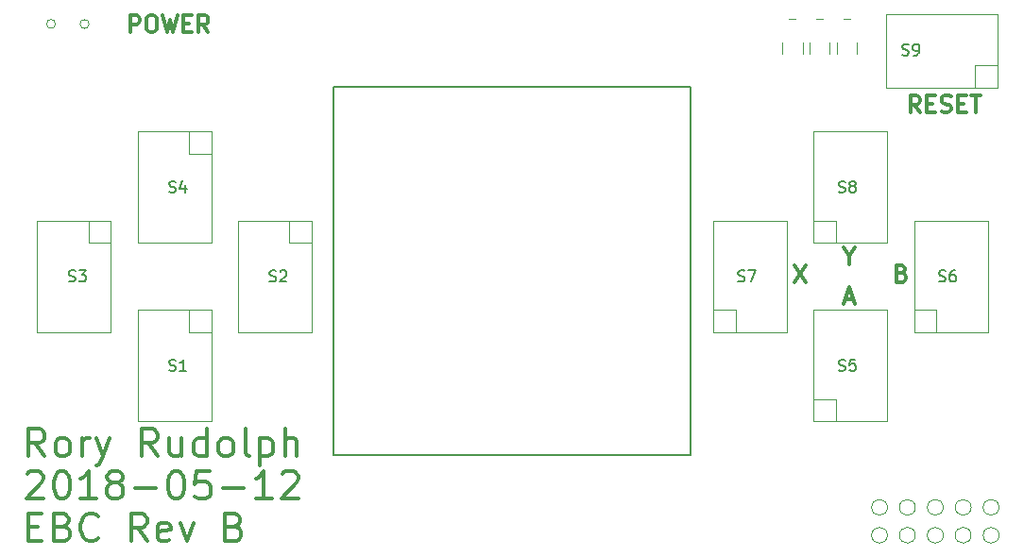
<source format=gto>
G04 #@! TF.FileFunction,Legend,Top*
%FSLAX46Y46*%
G04 Gerber Fmt 4.6, Leading zero omitted, Abs format (unit mm)*
G04 Created by KiCad (PCBNEW 4.0.2+dfsg1-stable) date Sat 12 May 2018 06:52:34 PM EDT*
%MOMM*%
G01*
G04 APERTURE LIST*
%ADD10C,0.100000*%
%ADD11C,0.300000*%
%ADD12C,0.200000*%
%ADD13C,0.150000*%
G04 APERTURE END LIST*
D10*
D11*
X113735714Y-76078571D02*
X113735714Y-74578571D01*
X114307142Y-74578571D01*
X114450000Y-74650000D01*
X114521428Y-74721429D01*
X114592857Y-74864286D01*
X114592857Y-75078571D01*
X114521428Y-75221429D01*
X114450000Y-75292857D01*
X114307142Y-75364286D01*
X113735714Y-75364286D01*
X115521428Y-74578571D02*
X115807142Y-74578571D01*
X115950000Y-74650000D01*
X116092857Y-74792857D01*
X116164285Y-75078571D01*
X116164285Y-75578571D01*
X116092857Y-75864286D01*
X115950000Y-76007143D01*
X115807142Y-76078571D01*
X115521428Y-76078571D01*
X115378571Y-76007143D01*
X115235714Y-75864286D01*
X115164285Y-75578571D01*
X115164285Y-75078571D01*
X115235714Y-74792857D01*
X115378571Y-74650000D01*
X115521428Y-74578571D01*
X116664286Y-74578571D02*
X117021429Y-76078571D01*
X117307143Y-75007143D01*
X117592857Y-76078571D01*
X117950000Y-74578571D01*
X118521429Y-75292857D02*
X119021429Y-75292857D01*
X119235715Y-76078571D02*
X118521429Y-76078571D01*
X118521429Y-74578571D01*
X119235715Y-74578571D01*
X120735715Y-76078571D02*
X120235715Y-75364286D01*
X119878572Y-76078571D02*
X119878572Y-74578571D01*
X120450000Y-74578571D01*
X120592858Y-74650000D01*
X120664286Y-74721429D01*
X120735715Y-74864286D01*
X120735715Y-75078571D01*
X120664286Y-75221429D01*
X120592858Y-75292857D01*
X120450000Y-75364286D01*
X119878572Y-75364286D01*
X184521429Y-83278571D02*
X184021429Y-82564286D01*
X183664286Y-83278571D02*
X183664286Y-81778571D01*
X184235714Y-81778571D01*
X184378572Y-81850000D01*
X184450000Y-81921429D01*
X184521429Y-82064286D01*
X184521429Y-82278571D01*
X184450000Y-82421429D01*
X184378572Y-82492857D01*
X184235714Y-82564286D01*
X183664286Y-82564286D01*
X185164286Y-82492857D02*
X185664286Y-82492857D01*
X185878572Y-83278571D02*
X185164286Y-83278571D01*
X185164286Y-81778571D01*
X185878572Y-81778571D01*
X186450000Y-83207143D02*
X186664286Y-83278571D01*
X187021429Y-83278571D01*
X187164286Y-83207143D01*
X187235715Y-83135714D01*
X187307143Y-82992857D01*
X187307143Y-82850000D01*
X187235715Y-82707143D01*
X187164286Y-82635714D01*
X187021429Y-82564286D01*
X186735715Y-82492857D01*
X186592857Y-82421429D01*
X186521429Y-82350000D01*
X186450000Y-82207143D01*
X186450000Y-82064286D01*
X186521429Y-81921429D01*
X186592857Y-81850000D01*
X186735715Y-81778571D01*
X187092857Y-81778571D01*
X187307143Y-81850000D01*
X187950000Y-82492857D02*
X188450000Y-82492857D01*
X188664286Y-83278571D02*
X187950000Y-83278571D01*
X187950000Y-81778571D01*
X188664286Y-81778571D01*
X189092857Y-81778571D02*
X189950000Y-81778571D01*
X189521429Y-83278571D02*
X189521429Y-81778571D01*
X173300001Y-96978571D02*
X174300001Y-98478571D01*
X174300001Y-96978571D02*
X173300001Y-98478571D01*
X178200000Y-96164286D02*
X178200000Y-96878571D01*
X177700000Y-95378571D02*
X178200000Y-96164286D01*
X178700000Y-95378571D01*
X182907143Y-97692857D02*
X183121429Y-97764286D01*
X183192857Y-97835714D01*
X183264286Y-97978571D01*
X183264286Y-98192857D01*
X183192857Y-98335714D01*
X183121429Y-98407143D01*
X182978571Y-98478571D01*
X182407143Y-98478571D01*
X182407143Y-96978571D01*
X182907143Y-96978571D01*
X183050000Y-97050000D01*
X183121429Y-97121429D01*
X183192857Y-97264286D01*
X183192857Y-97407143D01*
X183121429Y-97550000D01*
X183050000Y-97621429D01*
X182907143Y-97692857D01*
X182407143Y-97692857D01*
X177842857Y-100050000D02*
X178557143Y-100050000D01*
X177700000Y-100478571D02*
X178200000Y-98978571D01*
X178700000Y-100478571D01*
X106073810Y-114130952D02*
X105240476Y-112940476D01*
X104645238Y-114130952D02*
X104645238Y-111630952D01*
X105597619Y-111630952D01*
X105835714Y-111750000D01*
X105954762Y-111869048D01*
X106073810Y-112107143D01*
X106073810Y-112464286D01*
X105954762Y-112702381D01*
X105835714Y-112821429D01*
X105597619Y-112940476D01*
X104645238Y-112940476D01*
X107502381Y-114130952D02*
X107264286Y-114011905D01*
X107145238Y-113892857D01*
X107026190Y-113654762D01*
X107026190Y-112940476D01*
X107145238Y-112702381D01*
X107264286Y-112583333D01*
X107502381Y-112464286D01*
X107859524Y-112464286D01*
X108097619Y-112583333D01*
X108216667Y-112702381D01*
X108335714Y-112940476D01*
X108335714Y-113654762D01*
X108216667Y-113892857D01*
X108097619Y-114011905D01*
X107859524Y-114130952D01*
X107502381Y-114130952D01*
X109407143Y-114130952D02*
X109407143Y-112464286D01*
X109407143Y-112940476D02*
X109526191Y-112702381D01*
X109645238Y-112583333D01*
X109883334Y-112464286D01*
X110121429Y-112464286D01*
X110716667Y-112464286D02*
X111311905Y-114130952D01*
X111907143Y-112464286D02*
X111311905Y-114130952D01*
X111073810Y-114726190D01*
X110954762Y-114845238D01*
X110716667Y-114964286D01*
X116192858Y-114130952D02*
X115359524Y-112940476D01*
X114764286Y-114130952D02*
X114764286Y-111630952D01*
X115716667Y-111630952D01*
X115954762Y-111750000D01*
X116073810Y-111869048D01*
X116192858Y-112107143D01*
X116192858Y-112464286D01*
X116073810Y-112702381D01*
X115954762Y-112821429D01*
X115716667Y-112940476D01*
X114764286Y-112940476D01*
X118335715Y-112464286D02*
X118335715Y-114130952D01*
X117264286Y-112464286D02*
X117264286Y-113773810D01*
X117383334Y-114011905D01*
X117621429Y-114130952D01*
X117978572Y-114130952D01*
X118216667Y-114011905D01*
X118335715Y-113892857D01*
X120597620Y-114130952D02*
X120597620Y-111630952D01*
X120597620Y-114011905D02*
X120359524Y-114130952D01*
X119883334Y-114130952D01*
X119645239Y-114011905D01*
X119526191Y-113892857D01*
X119407143Y-113654762D01*
X119407143Y-112940476D01*
X119526191Y-112702381D01*
X119645239Y-112583333D01*
X119883334Y-112464286D01*
X120359524Y-112464286D01*
X120597620Y-112583333D01*
X122145239Y-114130952D02*
X121907144Y-114011905D01*
X121788096Y-113892857D01*
X121669048Y-113654762D01*
X121669048Y-112940476D01*
X121788096Y-112702381D01*
X121907144Y-112583333D01*
X122145239Y-112464286D01*
X122502382Y-112464286D01*
X122740477Y-112583333D01*
X122859525Y-112702381D01*
X122978572Y-112940476D01*
X122978572Y-113654762D01*
X122859525Y-113892857D01*
X122740477Y-114011905D01*
X122502382Y-114130952D01*
X122145239Y-114130952D01*
X124407144Y-114130952D02*
X124169049Y-114011905D01*
X124050001Y-113773810D01*
X124050001Y-111630952D01*
X125359525Y-112464286D02*
X125359525Y-114964286D01*
X125359525Y-112583333D02*
X125597620Y-112464286D01*
X126073811Y-112464286D01*
X126311906Y-112583333D01*
X126430954Y-112702381D01*
X126550001Y-112940476D01*
X126550001Y-113654762D01*
X126430954Y-113892857D01*
X126311906Y-114011905D01*
X126073811Y-114130952D01*
X125597620Y-114130952D01*
X125359525Y-114011905D01*
X127621430Y-114130952D02*
X127621430Y-111630952D01*
X128692859Y-114130952D02*
X128692859Y-112821429D01*
X128573811Y-112583333D01*
X128335716Y-112464286D01*
X127978573Y-112464286D01*
X127740478Y-112583333D01*
X127621430Y-112702381D01*
X104526190Y-115669048D02*
X104645238Y-115550000D01*
X104883333Y-115430952D01*
X105478571Y-115430952D01*
X105716667Y-115550000D01*
X105835714Y-115669048D01*
X105954762Y-115907143D01*
X105954762Y-116145238D01*
X105835714Y-116502381D01*
X104407143Y-117930952D01*
X105954762Y-117930952D01*
X107502381Y-115430952D02*
X107740476Y-115430952D01*
X107978571Y-115550000D01*
X108097619Y-115669048D01*
X108216666Y-115907143D01*
X108335714Y-116383333D01*
X108335714Y-116978571D01*
X108216666Y-117454762D01*
X108097619Y-117692857D01*
X107978571Y-117811905D01*
X107740476Y-117930952D01*
X107502381Y-117930952D01*
X107264285Y-117811905D01*
X107145238Y-117692857D01*
X107026190Y-117454762D01*
X106907142Y-116978571D01*
X106907142Y-116383333D01*
X107026190Y-115907143D01*
X107145238Y-115669048D01*
X107264285Y-115550000D01*
X107502381Y-115430952D01*
X110716666Y-117930952D02*
X109288094Y-117930952D01*
X110002380Y-117930952D02*
X110002380Y-115430952D01*
X109764285Y-115788095D01*
X109526190Y-116026190D01*
X109288094Y-116145238D01*
X112145237Y-116502381D02*
X111907142Y-116383333D01*
X111788094Y-116264286D01*
X111669046Y-116026190D01*
X111669046Y-115907143D01*
X111788094Y-115669048D01*
X111907142Y-115550000D01*
X112145237Y-115430952D01*
X112621427Y-115430952D01*
X112859523Y-115550000D01*
X112978570Y-115669048D01*
X113097618Y-115907143D01*
X113097618Y-116026190D01*
X112978570Y-116264286D01*
X112859523Y-116383333D01*
X112621427Y-116502381D01*
X112145237Y-116502381D01*
X111907142Y-116621429D01*
X111788094Y-116740476D01*
X111669046Y-116978571D01*
X111669046Y-117454762D01*
X111788094Y-117692857D01*
X111907142Y-117811905D01*
X112145237Y-117930952D01*
X112621427Y-117930952D01*
X112859523Y-117811905D01*
X112978570Y-117692857D01*
X113097618Y-117454762D01*
X113097618Y-116978571D01*
X112978570Y-116740476D01*
X112859523Y-116621429D01*
X112621427Y-116502381D01*
X114169046Y-116978571D02*
X116073808Y-116978571D01*
X117740475Y-115430952D02*
X117978570Y-115430952D01*
X118216665Y-115550000D01*
X118335713Y-115669048D01*
X118454760Y-115907143D01*
X118573808Y-116383333D01*
X118573808Y-116978571D01*
X118454760Y-117454762D01*
X118335713Y-117692857D01*
X118216665Y-117811905D01*
X117978570Y-117930952D01*
X117740475Y-117930952D01*
X117502379Y-117811905D01*
X117383332Y-117692857D01*
X117264284Y-117454762D01*
X117145236Y-116978571D01*
X117145236Y-116383333D01*
X117264284Y-115907143D01*
X117383332Y-115669048D01*
X117502379Y-115550000D01*
X117740475Y-115430952D01*
X120835712Y-115430952D02*
X119645236Y-115430952D01*
X119526188Y-116621429D01*
X119645236Y-116502381D01*
X119883331Y-116383333D01*
X120478569Y-116383333D01*
X120716665Y-116502381D01*
X120835712Y-116621429D01*
X120954760Y-116859524D01*
X120954760Y-117454762D01*
X120835712Y-117692857D01*
X120716665Y-117811905D01*
X120478569Y-117930952D01*
X119883331Y-117930952D01*
X119645236Y-117811905D01*
X119526188Y-117692857D01*
X122026188Y-116978571D02*
X123930950Y-116978571D01*
X126430950Y-117930952D02*
X125002378Y-117930952D01*
X125716664Y-117930952D02*
X125716664Y-115430952D01*
X125478569Y-115788095D01*
X125240474Y-116026190D01*
X125002378Y-116145238D01*
X127383330Y-115669048D02*
X127502378Y-115550000D01*
X127740473Y-115430952D01*
X128335711Y-115430952D01*
X128573807Y-115550000D01*
X128692854Y-115669048D01*
X128811902Y-115907143D01*
X128811902Y-116145238D01*
X128692854Y-116502381D01*
X127264283Y-117930952D01*
X128811902Y-117930952D01*
X104645238Y-120421429D02*
X105478571Y-120421429D01*
X105835714Y-121730952D02*
X104645238Y-121730952D01*
X104645238Y-119230952D01*
X105835714Y-119230952D01*
X107740476Y-120421429D02*
X108097619Y-120540476D01*
X108216667Y-120659524D01*
X108335715Y-120897619D01*
X108335715Y-121254762D01*
X108216667Y-121492857D01*
X108097619Y-121611905D01*
X107859524Y-121730952D01*
X106907143Y-121730952D01*
X106907143Y-119230952D01*
X107740476Y-119230952D01*
X107978572Y-119350000D01*
X108097619Y-119469048D01*
X108216667Y-119707143D01*
X108216667Y-119945238D01*
X108097619Y-120183333D01*
X107978572Y-120302381D01*
X107740476Y-120421429D01*
X106907143Y-120421429D01*
X110835715Y-121492857D02*
X110716667Y-121611905D01*
X110359524Y-121730952D01*
X110121429Y-121730952D01*
X109764286Y-121611905D01*
X109526191Y-121373810D01*
X109407143Y-121135714D01*
X109288095Y-120659524D01*
X109288095Y-120302381D01*
X109407143Y-119826190D01*
X109526191Y-119588095D01*
X109764286Y-119350000D01*
X110121429Y-119230952D01*
X110359524Y-119230952D01*
X110716667Y-119350000D01*
X110835715Y-119469048D01*
X115240477Y-121730952D02*
X114407143Y-120540476D01*
X113811905Y-121730952D02*
X113811905Y-119230952D01*
X114764286Y-119230952D01*
X115002381Y-119350000D01*
X115121429Y-119469048D01*
X115240477Y-119707143D01*
X115240477Y-120064286D01*
X115121429Y-120302381D01*
X115002381Y-120421429D01*
X114764286Y-120540476D01*
X113811905Y-120540476D01*
X117264286Y-121611905D02*
X117026191Y-121730952D01*
X116550000Y-121730952D01*
X116311905Y-121611905D01*
X116192857Y-121373810D01*
X116192857Y-120421429D01*
X116311905Y-120183333D01*
X116550000Y-120064286D01*
X117026191Y-120064286D01*
X117264286Y-120183333D01*
X117383334Y-120421429D01*
X117383334Y-120659524D01*
X116192857Y-120897619D01*
X118216667Y-120064286D02*
X118811905Y-121730952D01*
X119407143Y-120064286D01*
X123097619Y-120421429D02*
X123454762Y-120540476D01*
X123573810Y-120659524D01*
X123692858Y-120897619D01*
X123692858Y-121254762D01*
X123573810Y-121492857D01*
X123454762Y-121611905D01*
X123216667Y-121730952D01*
X122264286Y-121730952D01*
X122264286Y-119230952D01*
X123097619Y-119230952D01*
X123335715Y-119350000D01*
X123454762Y-119469048D01*
X123573810Y-119707143D01*
X123573810Y-119945238D01*
X123454762Y-120183333D01*
X123335715Y-120302381D01*
X123097619Y-120421429D01*
X122264286Y-120421429D01*
D12*
X164000000Y-81000000D02*
X164000000Y-114000000D01*
X132000000Y-81000000D02*
X164000000Y-81000000D01*
X132000000Y-114000000D02*
X132000000Y-81000000D01*
X164000000Y-114000000D02*
X132000000Y-114000000D01*
D10*
X173400000Y-74900000D02*
X172800000Y-74900000D01*
X172200000Y-77500000D02*
X172200000Y-77000000D01*
X172200000Y-77500000D02*
X172200000Y-78000000D01*
X174000000Y-77500000D02*
X174000000Y-77000000D01*
X174000000Y-77500000D02*
X174000000Y-78000000D01*
X175850000Y-74900000D02*
X175250000Y-74900000D01*
X174650000Y-77500000D02*
X174650000Y-77000000D01*
X174650000Y-77500000D02*
X174650000Y-78000000D01*
X176450000Y-77500000D02*
X176450000Y-77000000D01*
X176450000Y-77500000D02*
X176450000Y-78000000D01*
X178300000Y-74900000D02*
X177700000Y-74900000D01*
X177100000Y-77500000D02*
X177100000Y-77000000D01*
X177100000Y-77500000D02*
X177100000Y-78000000D01*
X178900000Y-77500000D02*
X178900000Y-77000000D01*
X178900000Y-77500000D02*
X178900000Y-78000000D01*
X121000000Y-103000000D02*
X119000000Y-103000000D01*
X119000000Y-103000000D02*
X119000000Y-101000000D01*
X121000000Y-101000000D02*
X121000000Y-111000000D01*
X121000000Y-111000000D02*
X114400000Y-111000000D01*
X114400000Y-111000000D02*
X114400000Y-101000000D01*
X114400000Y-101000000D02*
X121000000Y-101000000D01*
X130000000Y-95000000D02*
X128000000Y-95000000D01*
X128000000Y-95000000D02*
X128000000Y-93000000D01*
X130000000Y-93000000D02*
X130000000Y-103000000D01*
X130000000Y-103000000D02*
X123400000Y-103000000D01*
X123400000Y-103000000D02*
X123400000Y-93000000D01*
X123400000Y-93000000D02*
X130000000Y-93000000D01*
X112000000Y-95000000D02*
X110000000Y-95000000D01*
X110000000Y-95000000D02*
X110000000Y-93000000D01*
X112000000Y-93000000D02*
X112000000Y-103000000D01*
X112000000Y-103000000D02*
X105400000Y-103000000D01*
X105400000Y-103000000D02*
X105400000Y-93000000D01*
X105400000Y-93000000D02*
X112000000Y-93000000D01*
X121000000Y-87000000D02*
X119000000Y-87000000D01*
X119000000Y-87000000D02*
X119000000Y-85000000D01*
X121000000Y-85000000D02*
X121000000Y-95000000D01*
X121000000Y-95000000D02*
X114400000Y-95000000D01*
X114400000Y-95000000D02*
X114400000Y-85000000D01*
X114400000Y-85000000D02*
X121000000Y-85000000D01*
X175000000Y-109000000D02*
X177000000Y-109000000D01*
X177000000Y-109000000D02*
X177000000Y-111000000D01*
X175000000Y-111000000D02*
X175000000Y-101000000D01*
X175000000Y-101000000D02*
X181600000Y-101000000D01*
X181600000Y-101000000D02*
X181600000Y-111000000D01*
X181600000Y-111000000D02*
X175000000Y-111000000D01*
X184000000Y-101000000D02*
X186000000Y-101000000D01*
X186000000Y-101000000D02*
X186000000Y-103000000D01*
X184000000Y-103000000D02*
X184000000Y-93000000D01*
X184000000Y-93000000D02*
X190600000Y-93000000D01*
X190600000Y-93000000D02*
X190600000Y-103000000D01*
X190600000Y-103000000D02*
X184000000Y-103000000D01*
X166000000Y-101000000D02*
X168000000Y-101000000D01*
X168000000Y-101000000D02*
X168000000Y-103000000D01*
X166000000Y-103000000D02*
X166000000Y-93000000D01*
X166000000Y-93000000D02*
X172600000Y-93000000D01*
X172600000Y-93000000D02*
X172600000Y-103000000D01*
X172600000Y-103000000D02*
X166000000Y-103000000D01*
X175000000Y-93000000D02*
X177000000Y-93000000D01*
X177000000Y-93000000D02*
X177000000Y-95000000D01*
X175000000Y-95000000D02*
X175000000Y-85000000D01*
X175000000Y-85000000D02*
X181600000Y-85000000D01*
X181600000Y-85000000D02*
X181600000Y-95000000D01*
X181600000Y-95000000D02*
X175000000Y-95000000D01*
X189450000Y-81050000D02*
X189450000Y-79050000D01*
X189450000Y-79050000D02*
X191450000Y-79050000D01*
X191450000Y-81050000D02*
X181450000Y-81050000D01*
X181450000Y-81050000D02*
X181450000Y-74450000D01*
X181450000Y-74450000D02*
X191450000Y-74450000D01*
X191450000Y-74450000D02*
X191450000Y-81050000D01*
X191612000Y-118700000D02*
G75*
G03X191612000Y-118700000I-712000J0D01*
G01*
X189112000Y-118700000D02*
G75*
G03X189112000Y-118700000I-712000J0D01*
G01*
X186612000Y-118700000D02*
G75*
G03X186612000Y-118700000I-712000J0D01*
G01*
X184112000Y-118700000D02*
G75*
G03X184112000Y-118700000I-712000J0D01*
G01*
X181612000Y-118700000D02*
G75*
G03X181612000Y-118700000I-712000J0D01*
G01*
X181612000Y-121200000D02*
G75*
G03X181612000Y-121200000I-712000J0D01*
G01*
X184112000Y-121200000D02*
G75*
G03X184112000Y-121200000I-712000J0D01*
G01*
X186612000Y-121200000D02*
G75*
G03X186612000Y-121200000I-712000J0D01*
G01*
X189112000Y-121200000D02*
G75*
G03X189112000Y-121200000I-712000J0D01*
G01*
X191612000Y-121200000D02*
G75*
G03X191612000Y-121200000I-712000J0D01*
G01*
X110050000Y-75350000D02*
G75*
G03X110050000Y-75350000I-400000J0D01*
G01*
X107050000Y-75350000D02*
G75*
G03X107050000Y-75350000I-400000J0D01*
G01*
D13*
X117238095Y-106404762D02*
X117380952Y-106452381D01*
X117619048Y-106452381D01*
X117714286Y-106404762D01*
X117761905Y-106357143D01*
X117809524Y-106261905D01*
X117809524Y-106166667D01*
X117761905Y-106071429D01*
X117714286Y-106023810D01*
X117619048Y-105976190D01*
X117428571Y-105928571D01*
X117333333Y-105880952D01*
X117285714Y-105833333D01*
X117238095Y-105738095D01*
X117238095Y-105642857D01*
X117285714Y-105547619D01*
X117333333Y-105500000D01*
X117428571Y-105452381D01*
X117666667Y-105452381D01*
X117809524Y-105500000D01*
X118761905Y-106452381D02*
X118190476Y-106452381D01*
X118476190Y-106452381D02*
X118476190Y-105452381D01*
X118380952Y-105595238D01*
X118285714Y-105690476D01*
X118190476Y-105738095D01*
X126238095Y-98404762D02*
X126380952Y-98452381D01*
X126619048Y-98452381D01*
X126714286Y-98404762D01*
X126761905Y-98357143D01*
X126809524Y-98261905D01*
X126809524Y-98166667D01*
X126761905Y-98071429D01*
X126714286Y-98023810D01*
X126619048Y-97976190D01*
X126428571Y-97928571D01*
X126333333Y-97880952D01*
X126285714Y-97833333D01*
X126238095Y-97738095D01*
X126238095Y-97642857D01*
X126285714Y-97547619D01*
X126333333Y-97500000D01*
X126428571Y-97452381D01*
X126666667Y-97452381D01*
X126809524Y-97500000D01*
X127190476Y-97547619D02*
X127238095Y-97500000D01*
X127333333Y-97452381D01*
X127571429Y-97452381D01*
X127666667Y-97500000D01*
X127714286Y-97547619D01*
X127761905Y-97642857D01*
X127761905Y-97738095D01*
X127714286Y-97880952D01*
X127142857Y-98452381D01*
X127761905Y-98452381D01*
X108238095Y-98404762D02*
X108380952Y-98452381D01*
X108619048Y-98452381D01*
X108714286Y-98404762D01*
X108761905Y-98357143D01*
X108809524Y-98261905D01*
X108809524Y-98166667D01*
X108761905Y-98071429D01*
X108714286Y-98023810D01*
X108619048Y-97976190D01*
X108428571Y-97928571D01*
X108333333Y-97880952D01*
X108285714Y-97833333D01*
X108238095Y-97738095D01*
X108238095Y-97642857D01*
X108285714Y-97547619D01*
X108333333Y-97500000D01*
X108428571Y-97452381D01*
X108666667Y-97452381D01*
X108809524Y-97500000D01*
X109142857Y-97452381D02*
X109761905Y-97452381D01*
X109428571Y-97833333D01*
X109571429Y-97833333D01*
X109666667Y-97880952D01*
X109714286Y-97928571D01*
X109761905Y-98023810D01*
X109761905Y-98261905D01*
X109714286Y-98357143D01*
X109666667Y-98404762D01*
X109571429Y-98452381D01*
X109285714Y-98452381D01*
X109190476Y-98404762D01*
X109142857Y-98357143D01*
X117238095Y-90404762D02*
X117380952Y-90452381D01*
X117619048Y-90452381D01*
X117714286Y-90404762D01*
X117761905Y-90357143D01*
X117809524Y-90261905D01*
X117809524Y-90166667D01*
X117761905Y-90071429D01*
X117714286Y-90023810D01*
X117619048Y-89976190D01*
X117428571Y-89928571D01*
X117333333Y-89880952D01*
X117285714Y-89833333D01*
X117238095Y-89738095D01*
X117238095Y-89642857D01*
X117285714Y-89547619D01*
X117333333Y-89500000D01*
X117428571Y-89452381D01*
X117666667Y-89452381D01*
X117809524Y-89500000D01*
X118666667Y-89785714D02*
X118666667Y-90452381D01*
X118428571Y-89404762D02*
X118190476Y-90119048D01*
X118809524Y-90119048D01*
X177238095Y-106404762D02*
X177380952Y-106452381D01*
X177619048Y-106452381D01*
X177714286Y-106404762D01*
X177761905Y-106357143D01*
X177809524Y-106261905D01*
X177809524Y-106166667D01*
X177761905Y-106071429D01*
X177714286Y-106023810D01*
X177619048Y-105976190D01*
X177428571Y-105928571D01*
X177333333Y-105880952D01*
X177285714Y-105833333D01*
X177238095Y-105738095D01*
X177238095Y-105642857D01*
X177285714Y-105547619D01*
X177333333Y-105500000D01*
X177428571Y-105452381D01*
X177666667Y-105452381D01*
X177809524Y-105500000D01*
X178714286Y-105452381D02*
X178238095Y-105452381D01*
X178190476Y-105928571D01*
X178238095Y-105880952D01*
X178333333Y-105833333D01*
X178571429Y-105833333D01*
X178666667Y-105880952D01*
X178714286Y-105928571D01*
X178761905Y-106023810D01*
X178761905Y-106261905D01*
X178714286Y-106357143D01*
X178666667Y-106404762D01*
X178571429Y-106452381D01*
X178333333Y-106452381D01*
X178238095Y-106404762D01*
X178190476Y-106357143D01*
X186238095Y-98404762D02*
X186380952Y-98452381D01*
X186619048Y-98452381D01*
X186714286Y-98404762D01*
X186761905Y-98357143D01*
X186809524Y-98261905D01*
X186809524Y-98166667D01*
X186761905Y-98071429D01*
X186714286Y-98023810D01*
X186619048Y-97976190D01*
X186428571Y-97928571D01*
X186333333Y-97880952D01*
X186285714Y-97833333D01*
X186238095Y-97738095D01*
X186238095Y-97642857D01*
X186285714Y-97547619D01*
X186333333Y-97500000D01*
X186428571Y-97452381D01*
X186666667Y-97452381D01*
X186809524Y-97500000D01*
X187666667Y-97452381D02*
X187476190Y-97452381D01*
X187380952Y-97500000D01*
X187333333Y-97547619D01*
X187238095Y-97690476D01*
X187190476Y-97880952D01*
X187190476Y-98261905D01*
X187238095Y-98357143D01*
X187285714Y-98404762D01*
X187380952Y-98452381D01*
X187571429Y-98452381D01*
X187666667Y-98404762D01*
X187714286Y-98357143D01*
X187761905Y-98261905D01*
X187761905Y-98023810D01*
X187714286Y-97928571D01*
X187666667Y-97880952D01*
X187571429Y-97833333D01*
X187380952Y-97833333D01*
X187285714Y-97880952D01*
X187238095Y-97928571D01*
X187190476Y-98023810D01*
X168238095Y-98404762D02*
X168380952Y-98452381D01*
X168619048Y-98452381D01*
X168714286Y-98404762D01*
X168761905Y-98357143D01*
X168809524Y-98261905D01*
X168809524Y-98166667D01*
X168761905Y-98071429D01*
X168714286Y-98023810D01*
X168619048Y-97976190D01*
X168428571Y-97928571D01*
X168333333Y-97880952D01*
X168285714Y-97833333D01*
X168238095Y-97738095D01*
X168238095Y-97642857D01*
X168285714Y-97547619D01*
X168333333Y-97500000D01*
X168428571Y-97452381D01*
X168666667Y-97452381D01*
X168809524Y-97500000D01*
X169142857Y-97452381D02*
X169809524Y-97452381D01*
X169380952Y-98452381D01*
X177238095Y-90404762D02*
X177380952Y-90452381D01*
X177619048Y-90452381D01*
X177714286Y-90404762D01*
X177761905Y-90357143D01*
X177809524Y-90261905D01*
X177809524Y-90166667D01*
X177761905Y-90071429D01*
X177714286Y-90023810D01*
X177619048Y-89976190D01*
X177428571Y-89928571D01*
X177333333Y-89880952D01*
X177285714Y-89833333D01*
X177238095Y-89738095D01*
X177238095Y-89642857D01*
X177285714Y-89547619D01*
X177333333Y-89500000D01*
X177428571Y-89452381D01*
X177666667Y-89452381D01*
X177809524Y-89500000D01*
X178380952Y-89880952D02*
X178285714Y-89833333D01*
X178238095Y-89785714D01*
X178190476Y-89690476D01*
X178190476Y-89642857D01*
X178238095Y-89547619D01*
X178285714Y-89500000D01*
X178380952Y-89452381D01*
X178571429Y-89452381D01*
X178666667Y-89500000D01*
X178714286Y-89547619D01*
X178761905Y-89642857D01*
X178761905Y-89690476D01*
X178714286Y-89785714D01*
X178666667Y-89833333D01*
X178571429Y-89880952D01*
X178380952Y-89880952D01*
X178285714Y-89928571D01*
X178238095Y-89976190D01*
X178190476Y-90071429D01*
X178190476Y-90261905D01*
X178238095Y-90357143D01*
X178285714Y-90404762D01*
X178380952Y-90452381D01*
X178571429Y-90452381D01*
X178666667Y-90404762D01*
X178714286Y-90357143D01*
X178761905Y-90261905D01*
X178761905Y-90071429D01*
X178714286Y-89976190D01*
X178666667Y-89928571D01*
X178571429Y-89880952D01*
X182938095Y-78104762D02*
X183080952Y-78152381D01*
X183319048Y-78152381D01*
X183414286Y-78104762D01*
X183461905Y-78057143D01*
X183509524Y-77961905D01*
X183509524Y-77866667D01*
X183461905Y-77771429D01*
X183414286Y-77723810D01*
X183319048Y-77676190D01*
X183128571Y-77628571D01*
X183033333Y-77580952D01*
X182985714Y-77533333D01*
X182938095Y-77438095D01*
X182938095Y-77342857D01*
X182985714Y-77247619D01*
X183033333Y-77200000D01*
X183128571Y-77152381D01*
X183366667Y-77152381D01*
X183509524Y-77200000D01*
X183985714Y-78152381D02*
X184176190Y-78152381D01*
X184271429Y-78104762D01*
X184319048Y-78057143D01*
X184414286Y-77914286D01*
X184461905Y-77723810D01*
X184461905Y-77342857D01*
X184414286Y-77247619D01*
X184366667Y-77200000D01*
X184271429Y-77152381D01*
X184080952Y-77152381D01*
X183985714Y-77200000D01*
X183938095Y-77247619D01*
X183890476Y-77342857D01*
X183890476Y-77580952D01*
X183938095Y-77676190D01*
X183985714Y-77723810D01*
X184080952Y-77771429D01*
X184271429Y-77771429D01*
X184366667Y-77723810D01*
X184414286Y-77676190D01*
X184461905Y-77580952D01*
M02*

</source>
